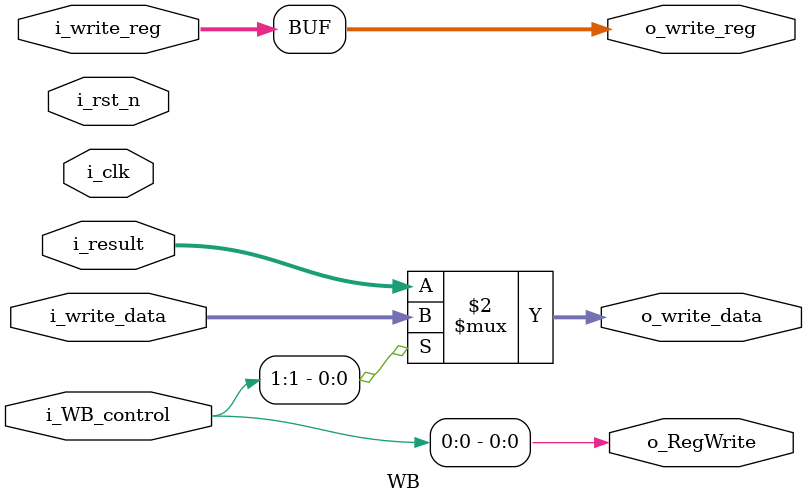
<source format=v>
`timescale 1ns / 1ps
module WB(i_clk, i_rst_n, i_write_reg, i_write_data, i_result, i_WB_control, o_write_reg, o_write_data, o_RegWrite);
  input i_clk, i_rst_n;   
  input [4:0] i_write_reg;              //input write register
  input [31:0] i_write_data, i_result;  //input write data, alu result
  input [1:0] i_WB_control;             //input WB control
  output [4:0] o_write_reg;             //output write register
  output [31:0] o_write_data;           //output write data
  output o_RegWrite;                    //output RegWrite signal
  
  assign o_write_reg = i_write_reg;
  assign o_write_data = (i_WB_control[1] ==1'b0) ? i_result : i_write_data;     //32bit mux_2 with selector MemtoReg
  assign o_RegWrite = i_WB_control[0];
  
endmodule

</source>
